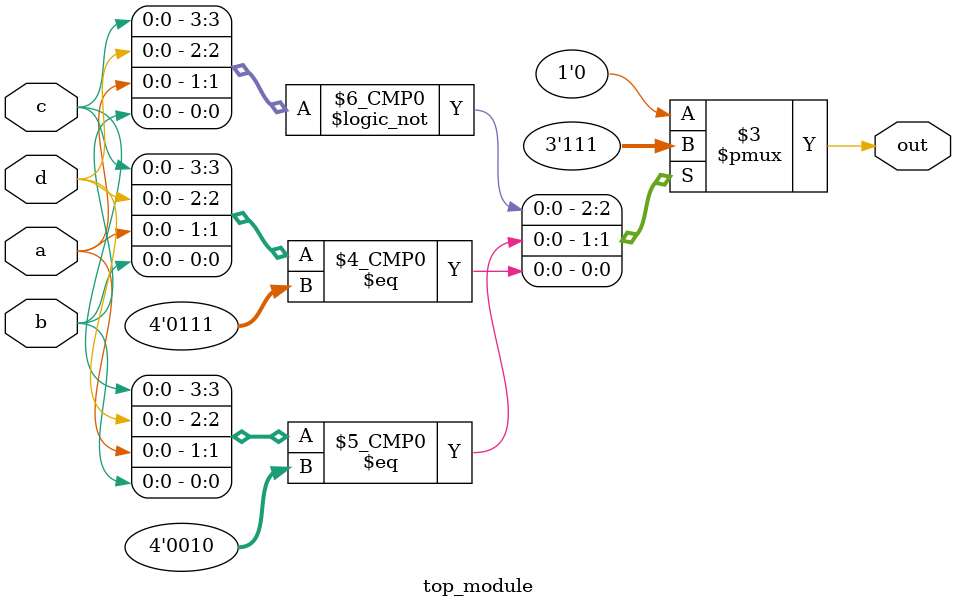
<source format=sv>
module top_module (
	input a,
	input b,
	input c,
	input d,
	output reg out
);

	always @(*) begin
		case({c, d, a, b})
			4'b0000: out = 1;
			4'b0010: out = 1;
			4'b0111: out = 1;
			default: out = 0;
		endcase
	end
	
endmodule

</source>
